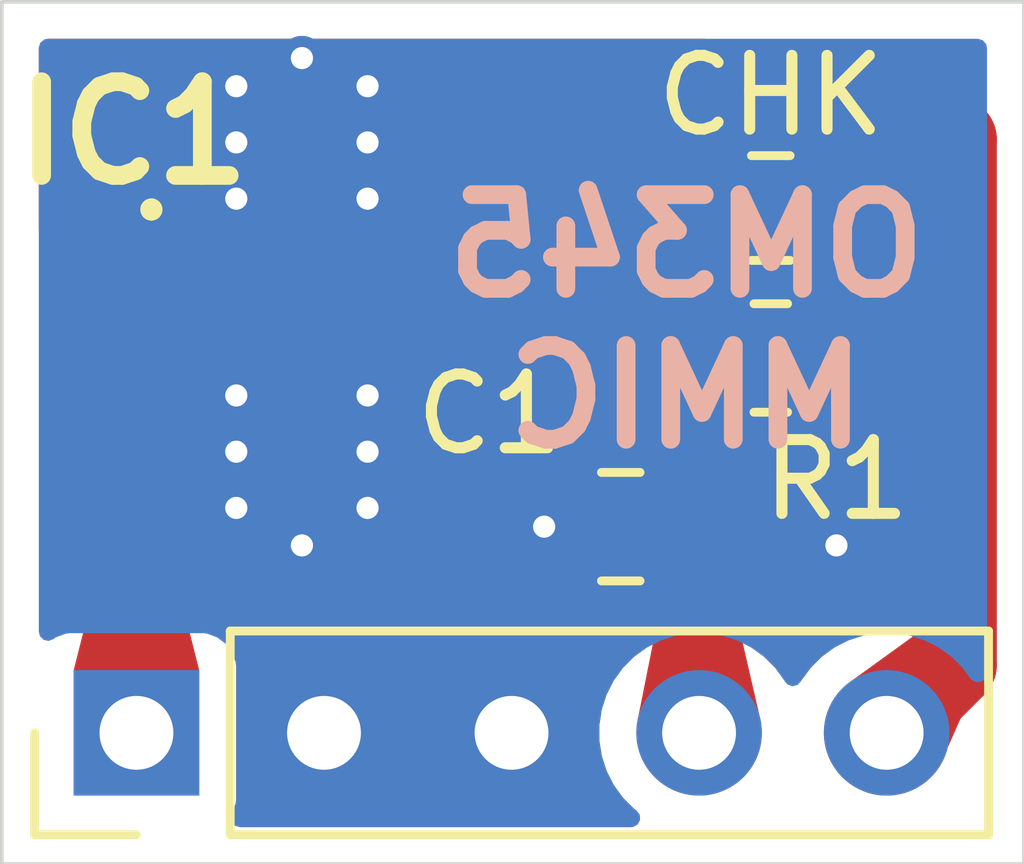
<source format=kicad_pcb>
(kicad_pcb (version 20241229) (generator "pcbnew") (generator_version "9.0")
  (layers (0 "F.Cu" signal) (2 "B.Cu" signal) (13 "F.Paste" user) (15 "B.Paste" user) (5 "F.SilkS" user "F.Silkscreen") (7 "B.SilkS" user "B.Silkscreen") (1 "F.Mask" user) (3 "B.Mask" user) (25 "Edge.Cuts" user))
  (net 0 "")
  (net 1 "Net-(IC1-RF-OUT_AND_DC-IN)")
  (net 2 "Net-(FB1-Pad1)")
  (net 3 "Net-(IC1-RF_IN)")
  (net 4 "GND")
  (net 5 "Net-(J1-Pin_4)")
  (footprint "Connector_PinHeader_2.54mm:PinHeader_1x05_P2.54mm_Vertical" (layer "F.Cu") (at 129.077 86.36 90)
    (property "Reference" "J1" (hide yes))
    (property "Value" "Conn_01x05_Pin" (hide yes))
    (fp_line (start -1.38 -1.38) (end 0 -1.38) (stroke (width 0.12)) (layer "F.SilkS"))
    (fp_line (start -1.38 0) (end -1.38 -1.38) (stroke (width 0.12)) (layer "F.SilkS"))
    (fp_line (start 1.38 1.27) (end 1.38 11.54) (stroke (width 0.12)) (layer "F.SilkS"))
    (fp_line (start -1.38 1.27) (end 1.38 1.27) (stroke (width 0.12)) (layer "F.SilkS"))
    (fp_line (start -1.38 1.27) (end -1.38 11.54) (stroke (width 0.12)) (layer "F.SilkS"))
    (fp_line (start -1.38 11.54) (end 1.38 11.54) (stroke (width 0.12)) (layer "F.SilkS"))
    (pad "1" thru_hole rect (at 0 0 90) (size 1.7 1.7) (drill 1) (layers "*.Cu" "*.Mask") (net 3 "Net-(IC1-RF_IN)"))
    (pad "2" thru_hole circle (at 0 2.54 90) (size 1.7 1.7) (drill 1) (layers "*.Cu" "*.Mask") (net 4 "GND"))
    (pad "3" thru_hole circle (at 0 5.08 90) (size 1.7 1.7) (drill 1) (layers "*.Cu" "*.Mask") (net 4 "GND"))
    (pad "4" thru_hole circle (at 0 7.62 90) (size 1.7 1.7) (drill 1) (layers "*.Cu" "*.Mask") (net 5 "Net-(J1-Pin_4)"))
    (pad "5" thru_hole circle (at 0 10.16 90) (size 1.7 1.7) (drill 1) (layers "*.Cu" "*.Mask") (net 1 "Net-(IC1-RF-OUT_AND_DC-IN)"))
  )
  (footprint "Inductor_SMD:L_0805_2012Metric_Pad1.15x1.40mm_HandSolder" (layer "F.Cu") (at 137.668 79.248 180)
    (property "Reference" "CHK" (at 0 1.524 180) (layer "F.SilkS"))
    (property "Value" "1k" (hide yes))
    (fp_line (start -0.261252 0.71) (end 0.261252 0.71) (stroke (width 0.12)) (layer "F.SilkS"))
    (fp_line (start -0.261252 -0.71) (end 0.261252 -0.71) (stroke (width 0.12)) (layer "F.SilkS"))
    (pad "1" smd roundrect (at -1.025 0 180) (size 1.15 1.4) (layers "F.Cu" "F.Mask" "F.Paste") (roundrect_rratio 0.217391) (net 2 "Net-(FB1-Pad1)"))
    (pad "2" smd roundrect (at 1.025 0 180) (size 1.15 1.4) (layers "F.Cu" "F.Mask" "F.Paste") (roundrect_rratio 0.217391) (net 1 "Net-(IC1-RF-OUT_AND_DC-IN)"))
  )
  (footprint "RF:MAR7SM" (layer "F.Cu") (at 131.28 80.518 -90)
    (property "Reference" "IC1" (at -2.286 2.248 0) (layer "F.SilkS") (effects (font (size 1.27 1.27) (thickness 0.254))))
    (property "Value" "MAR-7SM+" (hide yes))
    (fp_line (start -1.3 2) (end -1.3 2) (stroke (width 0.2)) (layer "F.SilkS"))
    (fp_line (start -1.3 2) (end -1.3 2) (stroke (width 0.2)) (layer "F.SilkS"))
    (fp_line (start -1.2 2) (end -1.2 2) (stroke (width 0.2)) (layer "F.SilkS"))
    (fp_arc (start -1.3 2) (mid -1.25 1.95) (end -1.2 2) (stroke (width 0.2)) (layer "F.SilkS"))
    (fp_arc (start -1.2 2) (mid -1.25 2.05) (end -1.3 2) (stroke (width 0.2)) (layer "F.SilkS"))
    (fp_arc (start -1.2 2) (mid -1.25 2.05) (end -1.3 2) (stroke (width 0.2)) (layer "F.SilkS"))
    (pad "1" smd rect (at 0 2.07 270) (size 1.02 1.83) (layers "F.Cu" "F.Mask" "F.Paste") (net 3 "Net-(IC1-RF_IN)"))
    (pad "2" smd rect (at 2.07 0) (size 1.02 1.83) (layers "F.Cu" "F.Mask" "F.Paste") (net 4 "GND"))
    (pad "3" smd rect (at 0 -2.07 270) (size 1.02 1.83) (layers "F.Cu" "F.Mask" "F.Paste") (net 1 "Net-(IC1-RF-OUT_AND_DC-IN)"))
    (pad "4" smd rect (at -2.07 0) (size 1.02 1.83) (layers "F.Cu" "F.Mask" "F.Paste") (net 4 "GND"))
  )
  (footprint "Capacitor_SMD:C_0805_2012Metric_Pad1.18x1.45mm_HandSolder" (layer "F.Cu") (at 135.636 83.566)
    (property "Reference" "C1" (at -1.778 -1.524 0) (layer "F.SilkS"))
    (property "Value" "100n" (hide yes))
    (fp_line (start -0.261252 -0.735) (end 0.261252 -0.735) (stroke (width 0.12)) (layer "F.SilkS"))
    (fp_line (start -0.261252 0.735) (end 0.261252 0.735) (stroke (width 0.12)) (layer "F.SilkS"))
    (pad "1" smd roundrect (at -1.0375 0) (size 1.175 1.45) (layers "F.Cu" "F.Mask" "F.Paste") (roundrect_rratio 0.212766) (net 4 "GND"))
    (pad "2" smd roundrect (at 1.0375 0) (size 1.175 1.45) (layers "F.Cu" "F.Mask" "F.Paste") (roundrect_rratio 0.212766) (net 5 "Net-(J1-Pin_4)"))
  )
  (footprint "Resistor_SMD:R_0805_2012Metric_Pad1.20x1.40mm_HandSolder" (layer "F.Cu") (at 137.668 81.28)
    (property "Reference" "R1" (at 0.889 1.651 180) (layer "F.SilkS"))
    (property "Value" "340" (hide yes))
    (fp_line (start -0.227064 -0.735) (end 0.227064 -0.735) (stroke (width 0.12)) (layer "F.SilkS"))
    (fp_line (start -0.227064 0.735) (end 0.227064 0.735) (stroke (width 0.12)) (layer "F.SilkS"))
    (pad "1" smd roundrect (at -1 0) (size 1.2 1.4) (layers "F.Cu" "F.Mask" "F.Paste") (roundrect_rratio 0.208333) (net 5 "Net-(J1-Pin_4)"))
    (pad "2" smd roundrect (at 1 0) (size 1.2 1.4) (layers "F.Cu" "F.Mask" "F.Paste") (roundrect_rratio 0.208333) (net 2 "Net-(FB1-Pad1)"))
  )
  (gr_rect (start 127.254 76.454) (end 141.097 88.138) (stroke (width 0.05)) (fill no) (layer "Edge.Cuts"))
  (gr_text "OM345\nMMIC" (at 136.525 82.55 0) (layer "B.SilkS") (effects (font (size 1.27 1.27) (thickness 0.254) (bold yes)) (justify bottom mirror)))
  (segment (start 139.49713 77.658) (end 140.158 78.31887) (width 1.143) (layer "F.Cu") (net 1))
  (segment (start 133.35 80.518) (end 134.62 79.248) (width 1.27) (layer "F.Cu") (net 1))
  (segment (start 137.88887 77.658) (end 139.49713 77.658) (width 1.143) (layer "F.Cu") (net 1))
  (segment (start 134.62 79.248) (end 136.643 79.248) (width 1.27) (layer "F.Cu") (net 1))
  (segment (start 136.643 79.248) (end 136.643 78.90387) (width 1.016) (layer "F.Cu") (net 1))
  (segment (start 140.158 85.439) (end 139.237 86.36) (width 1.143) (layer "F.Cu") (net 1))
  (segment (start 136.643 78.90387) (end 137.88887 77.658) (width 1.143) (layer "F.Cu") (net 1))
  (segment (start 140.158 78.31887) (end 140.158 85.439) (width 1.143) (layer "F.Cu") (net 1))
  (segment (start 138.693 79.248) (end 138.693 81.255) (width 1.016) (layer "F.Cu") (net 2))
  (segment (start 138.693 81.255) (end 138.668 81.28) (width 1.016) (layer "F.Cu") (net 2))
  (segment (start 129.077 80.651) (end 129.21 80.518) (width 1.016) (layer "F.Cu") (net 3))
  (segment (start 129.077 86.36) (end 129.077 80.651) (width 1.27) (layer "F.Cu") (net 3))
  (via (at 132.207 78.359) (size 0.6) (drill 0.3) (layers "F.Cu" "B.Cu") (net 4))
  (via (at 134.5985 83.566) (size 0.6) (drill 0.3) (layers "F.Cu" "B.Cu") (net 4))
  (via (at 130.429 79.121) (size 0.6) (drill 0.3) (layers "F.Cu" "B.Cu") (net 4))
  (via (at 130.429 83.312) (size 0.6) (drill 0.3) (layers "F.Cu" "B.Cu") (net 4))
  (via (at 131.318 77.216) (size 0.6) (drill 0.3) (layers "F.Cu" "B.Cu") (net 4))
  (via (at 130.429 77.597) (size 0.6) (drill 0.3) (layers "F.Cu" "B.Cu") (net 4))
  (via (at 130.429 81.788) (size 0.6) (drill 0.3) (layers "F.Cu" "B.Cu") (net 4))
  (via (at 138.557 83.82) (size 0.6) (drill 0.3) (layers "F.Cu" "B.Cu") (net 4))
  (via (at 132.207 79.121) (size 0.6) (drill 0.3) (layers "F.Cu" "B.Cu") (net 4))
  (via (at 132.207 83.312) (size 0.6) (drill 0.3) (layers "F.Cu" "B.Cu") (net 4))
  (via (at 130.429 78.359) (size 0.6) (drill 0.3) (layers "F.Cu" "B.Cu") (net 4))
  (via (at 132.207 82.55) (size 0.6) (drill 0.3) (layers "F.Cu" "B.Cu") (net 4))
  (via (at 132.207 81.788) (size 0.6) (drill 0.3) (layers "F.Cu" "B.Cu") (net 4))
  (via (at 130.429 82.55) (size 0.6) (drill 0.3) (layers "F.Cu" "B.Cu") (net 4))
  (via (at 131.318 83.82) (size 0.6) (drill 0.3) (layers "F.Cu" "B.Cu") (net 4))
  (via (at 132.207 77.597) (size 0.6) (drill 0.3) (layers "F.Cu" "B.Cu") (net 4))
  (segment (start 136.6735 83.566) (end 136.6735 86.3365) (width 1.016) (layer "F.Cu") (net 5))
  (segment (start 136.668 83.5605) (end 136.6735 83.566) (width 1.016) (layer "F.Cu") (net 5))
  (segment (start 136.6735 86.3365) (end 136.697 86.36) (width 1.016) (layer "F.Cu") (net 5))
  (segment (start 136.668 81.28) (end 136.668 83.5605) (width 1.016) (layer "F.Cu") (net 5))
  (zone (net 4) (net_name "GND") (layers "F.Cu" "B.Cu") (connect_pads (clearance 0.5)) (min_thickness 0.25) (fill yes (thermal_gap 0.5) (thermal_bridge_width 0.5))
    (polygon (pts (xy 127.254 76.454) (xy 141.097 76.454) (xy 141.097 88.138) (xy 127.254 88.138)))
  )
)
</source>
